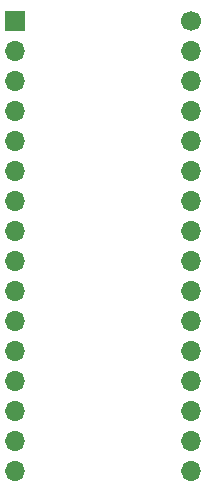
<source format=gbr>
%TF.GenerationSoftware,KiCad,Pcbnew,(6.0.0-0)*%
%TF.CreationDate,2023-01-04T17:37:20+01:00*%
%TF.ProjectId,sst39sf040-m27c4001,73737433-3973-4663-9034-302d6d323763,rev?*%
%TF.SameCoordinates,Original*%
%TF.FileFunction,Soldermask,Bot*%
%TF.FilePolarity,Negative*%
%FSLAX46Y46*%
G04 Gerber Fmt 4.6, Leading zero omitted, Abs format (unit mm)*
G04 Created by KiCad (PCBNEW (6.0.0-0)) date 2023-01-04 17:37:20*
%MOMM*%
%LPD*%
G01*
G04 APERTURE LIST*
%ADD10O,1.700000X1.700000*%
%ADD11C,1.700000*%
%ADD12R,1.700000X1.700000*%
G04 APERTURE END LIST*
D10*
%TO.C,J2*%
X140450000Y-98200000D03*
X140450000Y-95660000D03*
X140450000Y-93120000D03*
X140450000Y-90580000D03*
X140450000Y-88040000D03*
X140450000Y-85500000D03*
X140450000Y-82960000D03*
X140450000Y-80420000D03*
X140450000Y-77880000D03*
X140450000Y-75340000D03*
X140450000Y-72800000D03*
X140450000Y-70260000D03*
X140450000Y-67720000D03*
X140450000Y-65180000D03*
X140450000Y-62640000D03*
D11*
X140450000Y-60100000D03*
%TD*%
D12*
%TO.C,J1*%
X125550000Y-60100000D03*
D10*
X125550000Y-62640000D03*
X125550000Y-65180000D03*
X125550000Y-67720000D03*
X125550000Y-70260000D03*
X125550000Y-72800000D03*
X125550000Y-75340000D03*
X125550000Y-77880000D03*
X125550000Y-80420000D03*
X125550000Y-82960000D03*
X125550000Y-85500000D03*
X125550000Y-88040000D03*
X125550000Y-90580000D03*
X125550000Y-93120000D03*
X125550000Y-95660000D03*
X125550000Y-98200000D03*
%TD*%
M02*

</source>
